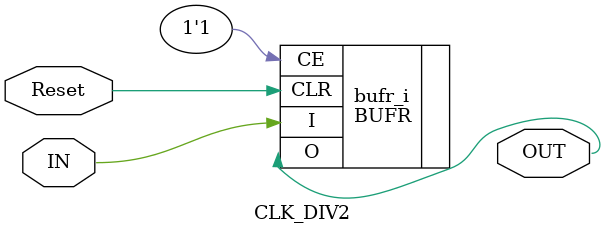
<source format=v>



module CLK_DIV2 (
input       Reset,
input       IN,
output  	OUT
);

BUFR #(.BUFR_DIVIDE(2)) bufr_i (
	.CLR(Reset), 
	.CE(1'b1),
	.I(IN), 
	.O(OUT)
);
    
endmodule

</source>
